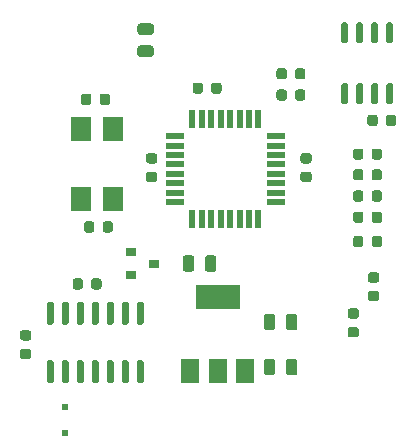
<source format=gbr>
%TF.GenerationSoftware,KiCad,Pcbnew,5.1.6-1.fc32*%
%TF.CreationDate,2020-09-22T21:06:53+01:00*%
%TF.ProjectId,ACNodeReader,41434e6f-6465-4526-9561-6465722e6b69,rev?*%
%TF.SameCoordinates,Original*%
%TF.FileFunction,Paste,Top*%
%TF.FilePolarity,Positive*%
%FSLAX46Y46*%
G04 Gerber Fmt 4.6, Leading zero omitted, Abs format (unit mm)*
G04 Created by KiCad (PCBNEW 5.1.6-1.fc32) date 2020-09-22 21:06:53*
%MOMM*%
%LPD*%
G01*
G04 APERTURE LIST*
%ADD10R,1.500000X2.000000*%
%ADD11R,3.800000X2.000000*%
%ADD12R,0.550000X1.600000*%
%ADD13R,1.600000X0.550000*%
%ADD14R,0.900000X0.800000*%
%ADD15R,0.500000X0.500000*%
%ADD16R,1.700000X2.100000*%
G04 APERTURE END LIST*
%TO.C,C11*%
G36*
G01*
X122987750Y-66998000D02*
X123900250Y-66998000D01*
G75*
G02*
X124144000Y-67241750I0J-243750D01*
G01*
X124144000Y-67729250D01*
G75*
G02*
X123900250Y-67973000I-243750J0D01*
G01*
X122987750Y-67973000D01*
G75*
G02*
X122744000Y-67729250I0J243750D01*
G01*
X122744000Y-67241750D01*
G75*
G02*
X122987750Y-66998000I243750J0D01*
G01*
G37*
G36*
G01*
X122987750Y-65123000D02*
X123900250Y-65123000D01*
G75*
G02*
X124144000Y-65366750I0J-243750D01*
G01*
X124144000Y-65854250D01*
G75*
G02*
X123900250Y-66098000I-243750J0D01*
G01*
X122987750Y-66098000D01*
G75*
G02*
X122744000Y-65854250I0J243750D01*
G01*
X122744000Y-65366750D01*
G75*
G02*
X122987750Y-65123000I243750J0D01*
G01*
G37*
%TD*%
D10*
%TO.C,U1*%
X127240000Y-94590000D03*
X131840000Y-94590000D03*
X129540000Y-94590000D03*
D11*
X129540000Y-88290000D03*
%TD*%
D12*
%TO.C,U2*%
X127400000Y-73220000D03*
X128200000Y-73220000D03*
X129000000Y-73220000D03*
X129800000Y-73220000D03*
X130600000Y-73220000D03*
X131400000Y-73220000D03*
X132200000Y-73220000D03*
X133000000Y-73220000D03*
D13*
X134450000Y-74670000D03*
X134450000Y-75470000D03*
X134450000Y-76270000D03*
X134450000Y-77070000D03*
X134450000Y-77870000D03*
X134450000Y-78670000D03*
X134450000Y-79470000D03*
X134450000Y-80270000D03*
D12*
X133000000Y-81720000D03*
X132200000Y-81720000D03*
X131400000Y-81720000D03*
X130600000Y-81720000D03*
X129800000Y-81720000D03*
X129000000Y-81720000D03*
X128200000Y-81720000D03*
X127400000Y-81720000D03*
D13*
X125950000Y-80270000D03*
X125950000Y-79470000D03*
X125950000Y-78670000D03*
X125950000Y-77870000D03*
X125950000Y-77070000D03*
X125950000Y-76270000D03*
X125950000Y-75470000D03*
X125950000Y-74670000D03*
%TD*%
D14*
%TO.C,U5*%
X124190000Y-85471000D03*
X122190000Y-86421000D03*
X122190000Y-84521000D03*
%TD*%
%TO.C,C7*%
G36*
G01*
X128466000Y-85927250D02*
X128466000Y-85014750D01*
G75*
G02*
X128709750Y-84771000I243750J0D01*
G01*
X129197250Y-84771000D01*
G75*
G02*
X129441000Y-85014750I0J-243750D01*
G01*
X129441000Y-85927250D01*
G75*
G02*
X129197250Y-86171000I-243750J0D01*
G01*
X128709750Y-86171000D01*
G75*
G02*
X128466000Y-85927250I0J243750D01*
G01*
G37*
G36*
G01*
X126591000Y-85927250D02*
X126591000Y-85014750D01*
G75*
G02*
X126834750Y-84771000I243750J0D01*
G01*
X127322250Y-84771000D01*
G75*
G02*
X127566000Y-85014750I0J-243750D01*
G01*
X127566000Y-85927250D01*
G75*
G02*
X127322250Y-86171000I-243750J0D01*
G01*
X126834750Y-86171000D01*
G75*
G02*
X126591000Y-85927250I0J243750D01*
G01*
G37*
%TD*%
D15*
%TO.C,D1*%
X116649500Y-97642500D03*
X116649500Y-99842500D03*
%TD*%
D16*
%TO.C,Y1*%
X120654000Y-74064000D03*
X120654000Y-79964000D03*
X117954000Y-79964000D03*
X117954000Y-74064000D03*
%TD*%
%TO.C,U4*%
G36*
G01*
X143955000Y-70200000D02*
X144255000Y-70200000D01*
G75*
G02*
X144405000Y-70350000I0J-150000D01*
G01*
X144405000Y-71800000D01*
G75*
G02*
X144255000Y-71950000I-150000J0D01*
G01*
X143955000Y-71950000D01*
G75*
G02*
X143805000Y-71800000I0J150000D01*
G01*
X143805000Y-70350000D01*
G75*
G02*
X143955000Y-70200000I150000J0D01*
G01*
G37*
G36*
G01*
X142685000Y-70200000D02*
X142985000Y-70200000D01*
G75*
G02*
X143135000Y-70350000I0J-150000D01*
G01*
X143135000Y-71800000D01*
G75*
G02*
X142985000Y-71950000I-150000J0D01*
G01*
X142685000Y-71950000D01*
G75*
G02*
X142535000Y-71800000I0J150000D01*
G01*
X142535000Y-70350000D01*
G75*
G02*
X142685000Y-70200000I150000J0D01*
G01*
G37*
G36*
G01*
X141415000Y-70200000D02*
X141715000Y-70200000D01*
G75*
G02*
X141865000Y-70350000I0J-150000D01*
G01*
X141865000Y-71800000D01*
G75*
G02*
X141715000Y-71950000I-150000J0D01*
G01*
X141415000Y-71950000D01*
G75*
G02*
X141265000Y-71800000I0J150000D01*
G01*
X141265000Y-70350000D01*
G75*
G02*
X141415000Y-70200000I150000J0D01*
G01*
G37*
G36*
G01*
X140145000Y-70200000D02*
X140445000Y-70200000D01*
G75*
G02*
X140595000Y-70350000I0J-150000D01*
G01*
X140595000Y-71800000D01*
G75*
G02*
X140445000Y-71950000I-150000J0D01*
G01*
X140145000Y-71950000D01*
G75*
G02*
X139995000Y-71800000I0J150000D01*
G01*
X139995000Y-70350000D01*
G75*
G02*
X140145000Y-70200000I150000J0D01*
G01*
G37*
G36*
G01*
X140145000Y-65050000D02*
X140445000Y-65050000D01*
G75*
G02*
X140595000Y-65200000I0J-150000D01*
G01*
X140595000Y-66650000D01*
G75*
G02*
X140445000Y-66800000I-150000J0D01*
G01*
X140145000Y-66800000D01*
G75*
G02*
X139995000Y-66650000I0J150000D01*
G01*
X139995000Y-65200000D01*
G75*
G02*
X140145000Y-65050000I150000J0D01*
G01*
G37*
G36*
G01*
X141415000Y-65050000D02*
X141715000Y-65050000D01*
G75*
G02*
X141865000Y-65200000I0J-150000D01*
G01*
X141865000Y-66650000D01*
G75*
G02*
X141715000Y-66800000I-150000J0D01*
G01*
X141415000Y-66800000D01*
G75*
G02*
X141265000Y-66650000I0J150000D01*
G01*
X141265000Y-65200000D01*
G75*
G02*
X141415000Y-65050000I150000J0D01*
G01*
G37*
G36*
G01*
X142685000Y-65050000D02*
X142985000Y-65050000D01*
G75*
G02*
X143135000Y-65200000I0J-150000D01*
G01*
X143135000Y-66650000D01*
G75*
G02*
X142985000Y-66800000I-150000J0D01*
G01*
X142685000Y-66800000D01*
G75*
G02*
X142535000Y-66650000I0J150000D01*
G01*
X142535000Y-65200000D01*
G75*
G02*
X142685000Y-65050000I150000J0D01*
G01*
G37*
G36*
G01*
X143955000Y-65050000D02*
X144255000Y-65050000D01*
G75*
G02*
X144405000Y-65200000I0J-150000D01*
G01*
X144405000Y-66650000D01*
G75*
G02*
X144255000Y-66800000I-150000J0D01*
G01*
X143955000Y-66800000D01*
G75*
G02*
X143805000Y-66650000I0J150000D01*
G01*
X143805000Y-65200000D01*
G75*
G02*
X143955000Y-65050000I150000J0D01*
G01*
G37*
%TD*%
%TO.C,U3*%
G36*
G01*
X115529500Y-90650000D02*
X115229500Y-90650000D01*
G75*
G02*
X115079500Y-90500000I0J150000D01*
G01*
X115079500Y-88850000D01*
G75*
G02*
X115229500Y-88700000I150000J0D01*
G01*
X115529500Y-88700000D01*
G75*
G02*
X115679500Y-88850000I0J-150000D01*
G01*
X115679500Y-90500000D01*
G75*
G02*
X115529500Y-90650000I-150000J0D01*
G01*
G37*
G36*
G01*
X116799500Y-90650000D02*
X116499500Y-90650000D01*
G75*
G02*
X116349500Y-90500000I0J150000D01*
G01*
X116349500Y-88850000D01*
G75*
G02*
X116499500Y-88700000I150000J0D01*
G01*
X116799500Y-88700000D01*
G75*
G02*
X116949500Y-88850000I0J-150000D01*
G01*
X116949500Y-90500000D01*
G75*
G02*
X116799500Y-90650000I-150000J0D01*
G01*
G37*
G36*
G01*
X118069500Y-90650000D02*
X117769500Y-90650000D01*
G75*
G02*
X117619500Y-90500000I0J150000D01*
G01*
X117619500Y-88850000D01*
G75*
G02*
X117769500Y-88700000I150000J0D01*
G01*
X118069500Y-88700000D01*
G75*
G02*
X118219500Y-88850000I0J-150000D01*
G01*
X118219500Y-90500000D01*
G75*
G02*
X118069500Y-90650000I-150000J0D01*
G01*
G37*
G36*
G01*
X119339500Y-90650000D02*
X119039500Y-90650000D01*
G75*
G02*
X118889500Y-90500000I0J150000D01*
G01*
X118889500Y-88850000D01*
G75*
G02*
X119039500Y-88700000I150000J0D01*
G01*
X119339500Y-88700000D01*
G75*
G02*
X119489500Y-88850000I0J-150000D01*
G01*
X119489500Y-90500000D01*
G75*
G02*
X119339500Y-90650000I-150000J0D01*
G01*
G37*
G36*
G01*
X120609500Y-90650000D02*
X120309500Y-90650000D01*
G75*
G02*
X120159500Y-90500000I0J150000D01*
G01*
X120159500Y-88850000D01*
G75*
G02*
X120309500Y-88700000I150000J0D01*
G01*
X120609500Y-88700000D01*
G75*
G02*
X120759500Y-88850000I0J-150000D01*
G01*
X120759500Y-90500000D01*
G75*
G02*
X120609500Y-90650000I-150000J0D01*
G01*
G37*
G36*
G01*
X121879500Y-90650000D02*
X121579500Y-90650000D01*
G75*
G02*
X121429500Y-90500000I0J150000D01*
G01*
X121429500Y-88850000D01*
G75*
G02*
X121579500Y-88700000I150000J0D01*
G01*
X121879500Y-88700000D01*
G75*
G02*
X122029500Y-88850000I0J-150000D01*
G01*
X122029500Y-90500000D01*
G75*
G02*
X121879500Y-90650000I-150000J0D01*
G01*
G37*
G36*
G01*
X123149500Y-90650000D02*
X122849500Y-90650000D01*
G75*
G02*
X122699500Y-90500000I0J150000D01*
G01*
X122699500Y-88850000D01*
G75*
G02*
X122849500Y-88700000I150000J0D01*
G01*
X123149500Y-88700000D01*
G75*
G02*
X123299500Y-88850000I0J-150000D01*
G01*
X123299500Y-90500000D01*
G75*
G02*
X123149500Y-90650000I-150000J0D01*
G01*
G37*
G36*
G01*
X123149500Y-95600000D02*
X122849500Y-95600000D01*
G75*
G02*
X122699500Y-95450000I0J150000D01*
G01*
X122699500Y-93800000D01*
G75*
G02*
X122849500Y-93650000I150000J0D01*
G01*
X123149500Y-93650000D01*
G75*
G02*
X123299500Y-93800000I0J-150000D01*
G01*
X123299500Y-95450000D01*
G75*
G02*
X123149500Y-95600000I-150000J0D01*
G01*
G37*
G36*
G01*
X121879500Y-95600000D02*
X121579500Y-95600000D01*
G75*
G02*
X121429500Y-95450000I0J150000D01*
G01*
X121429500Y-93800000D01*
G75*
G02*
X121579500Y-93650000I150000J0D01*
G01*
X121879500Y-93650000D01*
G75*
G02*
X122029500Y-93800000I0J-150000D01*
G01*
X122029500Y-95450000D01*
G75*
G02*
X121879500Y-95600000I-150000J0D01*
G01*
G37*
G36*
G01*
X120609500Y-95600000D02*
X120309500Y-95600000D01*
G75*
G02*
X120159500Y-95450000I0J150000D01*
G01*
X120159500Y-93800000D01*
G75*
G02*
X120309500Y-93650000I150000J0D01*
G01*
X120609500Y-93650000D01*
G75*
G02*
X120759500Y-93800000I0J-150000D01*
G01*
X120759500Y-95450000D01*
G75*
G02*
X120609500Y-95600000I-150000J0D01*
G01*
G37*
G36*
G01*
X119339500Y-95600000D02*
X119039500Y-95600000D01*
G75*
G02*
X118889500Y-95450000I0J150000D01*
G01*
X118889500Y-93800000D01*
G75*
G02*
X119039500Y-93650000I150000J0D01*
G01*
X119339500Y-93650000D01*
G75*
G02*
X119489500Y-93800000I0J-150000D01*
G01*
X119489500Y-95450000D01*
G75*
G02*
X119339500Y-95600000I-150000J0D01*
G01*
G37*
G36*
G01*
X118069500Y-95600000D02*
X117769500Y-95600000D01*
G75*
G02*
X117619500Y-95450000I0J150000D01*
G01*
X117619500Y-93800000D01*
G75*
G02*
X117769500Y-93650000I150000J0D01*
G01*
X118069500Y-93650000D01*
G75*
G02*
X118219500Y-93800000I0J-150000D01*
G01*
X118219500Y-95450000D01*
G75*
G02*
X118069500Y-95600000I-150000J0D01*
G01*
G37*
G36*
G01*
X116799500Y-95600000D02*
X116499500Y-95600000D01*
G75*
G02*
X116349500Y-95450000I0J150000D01*
G01*
X116349500Y-93800000D01*
G75*
G02*
X116499500Y-93650000I150000J0D01*
G01*
X116799500Y-93650000D01*
G75*
G02*
X116949500Y-93800000I0J-150000D01*
G01*
X116949500Y-95450000D01*
G75*
G02*
X116799500Y-95600000I-150000J0D01*
G01*
G37*
G36*
G01*
X115529500Y-95600000D02*
X115229500Y-95600000D01*
G75*
G02*
X115079500Y-95450000I0J150000D01*
G01*
X115079500Y-93800000D01*
G75*
G02*
X115229500Y-93650000I150000J0D01*
G01*
X115529500Y-93650000D01*
G75*
G02*
X115679500Y-93800000I0J-150000D01*
G01*
X115679500Y-95450000D01*
G75*
G02*
X115529500Y-95600000I-150000J0D01*
G01*
G37*
%TD*%
%TO.C,R11*%
G36*
G01*
X140777250Y-90837500D02*
X141289750Y-90837500D01*
G75*
G02*
X141508500Y-91056250I0J-218750D01*
G01*
X141508500Y-91493750D01*
G75*
G02*
X141289750Y-91712500I-218750J0D01*
G01*
X140777250Y-91712500D01*
G75*
G02*
X140558500Y-91493750I0J218750D01*
G01*
X140558500Y-91056250D01*
G75*
G02*
X140777250Y-90837500I218750J0D01*
G01*
G37*
G36*
G01*
X140777250Y-89262500D02*
X141289750Y-89262500D01*
G75*
G02*
X141508500Y-89481250I0J-218750D01*
G01*
X141508500Y-89918750D01*
G75*
G02*
X141289750Y-90137500I-218750J0D01*
G01*
X140777250Y-90137500D01*
G75*
G02*
X140558500Y-89918750I0J218750D01*
G01*
X140558500Y-89481250D01*
G75*
G02*
X140777250Y-89262500I218750J0D01*
G01*
G37*
%TD*%
%TO.C,R9*%
G36*
G01*
X142590000Y-78206250D02*
X142590000Y-77693750D01*
G75*
G02*
X142808750Y-77475000I218750J0D01*
G01*
X143246250Y-77475000D01*
G75*
G02*
X143465000Y-77693750I0J-218750D01*
G01*
X143465000Y-78206250D01*
G75*
G02*
X143246250Y-78425000I-218750J0D01*
G01*
X142808750Y-78425000D01*
G75*
G02*
X142590000Y-78206250I0J218750D01*
G01*
G37*
G36*
G01*
X141015000Y-78206250D02*
X141015000Y-77693750D01*
G75*
G02*
X141233750Y-77475000I218750J0D01*
G01*
X141671250Y-77475000D01*
G75*
G02*
X141890000Y-77693750I0J-218750D01*
G01*
X141890000Y-78206250D01*
G75*
G02*
X141671250Y-78425000I-218750J0D01*
G01*
X141233750Y-78425000D01*
G75*
G02*
X141015000Y-78206250I0J218750D01*
G01*
G37*
%TD*%
%TO.C,R8*%
G36*
G01*
X141890000Y-79493750D02*
X141890000Y-80006250D01*
G75*
G02*
X141671250Y-80225000I-218750J0D01*
G01*
X141233750Y-80225000D01*
G75*
G02*
X141015000Y-80006250I0J218750D01*
G01*
X141015000Y-79493750D01*
G75*
G02*
X141233750Y-79275000I218750J0D01*
G01*
X141671250Y-79275000D01*
G75*
G02*
X141890000Y-79493750I0J-218750D01*
G01*
G37*
G36*
G01*
X143465000Y-79493750D02*
X143465000Y-80006250D01*
G75*
G02*
X143246250Y-80225000I-218750J0D01*
G01*
X142808750Y-80225000D01*
G75*
G02*
X142590000Y-80006250I0J218750D01*
G01*
X142590000Y-79493750D01*
G75*
G02*
X142808750Y-79275000I218750J0D01*
G01*
X143246250Y-79275000D01*
G75*
G02*
X143465000Y-79493750I0J-218750D01*
G01*
G37*
%TD*%
%TO.C,R7*%
G36*
G01*
X141890000Y-83343750D02*
X141890000Y-83856250D01*
G75*
G02*
X141671250Y-84075000I-218750J0D01*
G01*
X141233750Y-84075000D01*
G75*
G02*
X141015000Y-83856250I0J218750D01*
G01*
X141015000Y-83343750D01*
G75*
G02*
X141233750Y-83125000I218750J0D01*
G01*
X141671250Y-83125000D01*
G75*
G02*
X141890000Y-83343750I0J-218750D01*
G01*
G37*
G36*
G01*
X143465000Y-83343750D02*
X143465000Y-83856250D01*
G75*
G02*
X143246250Y-84075000I-218750J0D01*
G01*
X142808750Y-84075000D01*
G75*
G02*
X142590000Y-83856250I0J218750D01*
G01*
X142590000Y-83343750D01*
G75*
G02*
X142808750Y-83125000I218750J0D01*
G01*
X143246250Y-83125000D01*
G75*
G02*
X143465000Y-83343750I0J-218750D01*
G01*
G37*
%TD*%
%TO.C,R6*%
G36*
G01*
X141890000Y-81293750D02*
X141890000Y-81806250D01*
G75*
G02*
X141671250Y-82025000I-218750J0D01*
G01*
X141233750Y-82025000D01*
G75*
G02*
X141015000Y-81806250I0J218750D01*
G01*
X141015000Y-81293750D01*
G75*
G02*
X141233750Y-81075000I218750J0D01*
G01*
X141671250Y-81075000D01*
G75*
G02*
X141890000Y-81293750I0J-218750D01*
G01*
G37*
G36*
G01*
X143465000Y-81293750D02*
X143465000Y-81806250D01*
G75*
G02*
X143246250Y-82025000I-218750J0D01*
G01*
X142808750Y-82025000D01*
G75*
G02*
X142590000Y-81806250I0J218750D01*
G01*
X142590000Y-81293750D01*
G75*
G02*
X142808750Y-81075000I218750J0D01*
G01*
X143246250Y-81075000D01*
G75*
G02*
X143465000Y-81293750I0J-218750D01*
G01*
G37*
%TD*%
%TO.C,R5*%
G36*
G01*
X141890000Y-75943750D02*
X141890000Y-76456250D01*
G75*
G02*
X141671250Y-76675000I-218750J0D01*
G01*
X141233750Y-76675000D01*
G75*
G02*
X141015000Y-76456250I0J218750D01*
G01*
X141015000Y-75943750D01*
G75*
G02*
X141233750Y-75725000I218750J0D01*
G01*
X141671250Y-75725000D01*
G75*
G02*
X141890000Y-75943750I0J-218750D01*
G01*
G37*
G36*
G01*
X143465000Y-75943750D02*
X143465000Y-76456250D01*
G75*
G02*
X143246250Y-76675000I-218750J0D01*
G01*
X142808750Y-76675000D01*
G75*
G02*
X142590000Y-76456250I0J218750D01*
G01*
X142590000Y-75943750D01*
G75*
G02*
X142808750Y-75725000I218750J0D01*
G01*
X143246250Y-75725000D01*
G75*
G02*
X143465000Y-75943750I0J-218750D01*
G01*
G37*
%TD*%
%TO.C,R4*%
G36*
G01*
X129001000Y-70868250D02*
X129001000Y-70355750D01*
G75*
G02*
X129219750Y-70137000I218750J0D01*
G01*
X129657250Y-70137000D01*
G75*
G02*
X129876000Y-70355750I0J-218750D01*
G01*
X129876000Y-70868250D01*
G75*
G02*
X129657250Y-71087000I-218750J0D01*
G01*
X129219750Y-71087000D01*
G75*
G02*
X129001000Y-70868250I0J218750D01*
G01*
G37*
G36*
G01*
X127426000Y-70868250D02*
X127426000Y-70355750D01*
G75*
G02*
X127644750Y-70137000I218750J0D01*
G01*
X128082250Y-70137000D01*
G75*
G02*
X128301000Y-70355750I0J-218750D01*
G01*
X128301000Y-70868250D01*
G75*
G02*
X128082250Y-71087000I-218750J0D01*
G01*
X127644750Y-71087000D01*
G75*
G02*
X127426000Y-70868250I0J218750D01*
G01*
G37*
%TD*%
%TO.C,R3*%
G36*
G01*
X118841000Y-87441750D02*
X118841000Y-86929250D01*
G75*
G02*
X119059750Y-86710500I218750J0D01*
G01*
X119497250Y-86710500D01*
G75*
G02*
X119716000Y-86929250I0J-218750D01*
G01*
X119716000Y-87441750D01*
G75*
G02*
X119497250Y-87660500I-218750J0D01*
G01*
X119059750Y-87660500D01*
G75*
G02*
X118841000Y-87441750I0J218750D01*
G01*
G37*
G36*
G01*
X117266000Y-87441750D02*
X117266000Y-86929250D01*
G75*
G02*
X117484750Y-86710500I218750J0D01*
G01*
X117922250Y-86710500D01*
G75*
G02*
X118141000Y-86929250I0J-218750D01*
G01*
X118141000Y-87441750D01*
G75*
G02*
X117922250Y-87660500I-218750J0D01*
G01*
X117484750Y-87660500D01*
G75*
G02*
X117266000Y-87441750I0J218750D01*
G01*
G37*
%TD*%
%TO.C,R2*%
G36*
G01*
X136100000Y-71456250D02*
X136100000Y-70943750D01*
G75*
G02*
X136318750Y-70725000I218750J0D01*
G01*
X136756250Y-70725000D01*
G75*
G02*
X136975000Y-70943750I0J-218750D01*
G01*
X136975000Y-71456250D01*
G75*
G02*
X136756250Y-71675000I-218750J0D01*
G01*
X136318750Y-71675000D01*
G75*
G02*
X136100000Y-71456250I0J218750D01*
G01*
G37*
G36*
G01*
X134525000Y-71456250D02*
X134525000Y-70943750D01*
G75*
G02*
X134743750Y-70725000I218750J0D01*
G01*
X135181250Y-70725000D01*
G75*
G02*
X135400000Y-70943750I0J-218750D01*
G01*
X135400000Y-71456250D01*
G75*
G02*
X135181250Y-71675000I-218750J0D01*
G01*
X134743750Y-71675000D01*
G75*
G02*
X134525000Y-71456250I0J218750D01*
G01*
G37*
%TD*%
%TO.C,R1*%
G36*
G01*
X136100000Y-69656250D02*
X136100000Y-69143750D01*
G75*
G02*
X136318750Y-68925000I218750J0D01*
G01*
X136756250Y-68925000D01*
G75*
G02*
X136975000Y-69143750I0J-218750D01*
G01*
X136975000Y-69656250D01*
G75*
G02*
X136756250Y-69875000I-218750J0D01*
G01*
X136318750Y-69875000D01*
G75*
G02*
X136100000Y-69656250I0J218750D01*
G01*
G37*
G36*
G01*
X134525000Y-69656250D02*
X134525000Y-69143750D01*
G75*
G02*
X134743750Y-68925000I218750J0D01*
G01*
X135181250Y-68925000D01*
G75*
G02*
X135400000Y-69143750I0J-218750D01*
G01*
X135400000Y-69656250D01*
G75*
G02*
X135181250Y-69875000I-218750J0D01*
G01*
X134743750Y-69875000D01*
G75*
G02*
X134525000Y-69656250I0J218750D01*
G01*
G37*
%TD*%
%TO.C,C10*%
G36*
G01*
X142491750Y-87789500D02*
X143004250Y-87789500D01*
G75*
G02*
X143223000Y-88008250I0J-218750D01*
G01*
X143223000Y-88445750D01*
G75*
G02*
X143004250Y-88664500I-218750J0D01*
G01*
X142491750Y-88664500D01*
G75*
G02*
X142273000Y-88445750I0J218750D01*
G01*
X142273000Y-88008250D01*
G75*
G02*
X142491750Y-87789500I218750J0D01*
G01*
G37*
G36*
G01*
X142491750Y-86214500D02*
X143004250Y-86214500D01*
G75*
G02*
X143223000Y-86433250I0J-218750D01*
G01*
X143223000Y-86870750D01*
G75*
G02*
X143004250Y-87089500I-218750J0D01*
G01*
X142491750Y-87089500D01*
G75*
G02*
X142273000Y-86870750I0J218750D01*
G01*
X142273000Y-86433250D01*
G75*
G02*
X142491750Y-86214500I218750J0D01*
G01*
G37*
%TD*%
%TO.C,C9*%
G36*
G01*
X143100000Y-73093750D02*
X143100000Y-73606250D01*
G75*
G02*
X142881250Y-73825000I-218750J0D01*
G01*
X142443750Y-73825000D01*
G75*
G02*
X142225000Y-73606250I0J218750D01*
G01*
X142225000Y-73093750D01*
G75*
G02*
X142443750Y-72875000I218750J0D01*
G01*
X142881250Y-72875000D01*
G75*
G02*
X143100000Y-73093750I0J-218750D01*
G01*
G37*
G36*
G01*
X144675000Y-73093750D02*
X144675000Y-73606250D01*
G75*
G02*
X144456250Y-73825000I-218750J0D01*
G01*
X144018750Y-73825000D01*
G75*
G02*
X143800000Y-73606250I0J218750D01*
G01*
X143800000Y-73093750D01*
G75*
G02*
X144018750Y-72875000I218750J0D01*
G01*
X144456250Y-72875000D01*
G75*
G02*
X144675000Y-73093750I0J-218750D01*
G01*
G37*
%TD*%
%TO.C,C8*%
G36*
G01*
X123695750Y-77693000D02*
X124208250Y-77693000D01*
G75*
G02*
X124427000Y-77911750I0J-218750D01*
G01*
X124427000Y-78349250D01*
G75*
G02*
X124208250Y-78568000I-218750J0D01*
G01*
X123695750Y-78568000D01*
G75*
G02*
X123477000Y-78349250I0J218750D01*
G01*
X123477000Y-77911750D01*
G75*
G02*
X123695750Y-77693000I218750J0D01*
G01*
G37*
G36*
G01*
X123695750Y-76118000D02*
X124208250Y-76118000D01*
G75*
G02*
X124427000Y-76336750I0J-218750D01*
G01*
X124427000Y-76774250D01*
G75*
G02*
X124208250Y-76993000I-218750J0D01*
G01*
X123695750Y-76993000D01*
G75*
G02*
X123477000Y-76774250I0J218750D01*
G01*
X123477000Y-76336750D01*
G75*
G02*
X123695750Y-76118000I218750J0D01*
G01*
G37*
%TD*%
%TO.C,C6*%
G36*
G01*
X113027750Y-92679000D02*
X113540250Y-92679000D01*
G75*
G02*
X113759000Y-92897750I0J-218750D01*
G01*
X113759000Y-93335250D01*
G75*
G02*
X113540250Y-93554000I-218750J0D01*
G01*
X113027750Y-93554000D01*
G75*
G02*
X112809000Y-93335250I0J218750D01*
G01*
X112809000Y-92897750D01*
G75*
G02*
X113027750Y-92679000I218750J0D01*
G01*
G37*
G36*
G01*
X113027750Y-91104000D02*
X113540250Y-91104000D01*
G75*
G02*
X113759000Y-91322750I0J-218750D01*
G01*
X113759000Y-91760250D01*
G75*
G02*
X113540250Y-91979000I-218750J0D01*
G01*
X113027750Y-91979000D01*
G75*
G02*
X112809000Y-91760250I0J218750D01*
G01*
X112809000Y-91322750D01*
G75*
G02*
X113027750Y-91104000I218750J0D01*
G01*
G37*
%TD*%
%TO.C,C5*%
G36*
G01*
X119804000Y-82620250D02*
X119804000Y-82107750D01*
G75*
G02*
X120022750Y-81889000I218750J0D01*
G01*
X120460250Y-81889000D01*
G75*
G02*
X120679000Y-82107750I0J-218750D01*
G01*
X120679000Y-82620250D01*
G75*
G02*
X120460250Y-82839000I-218750J0D01*
G01*
X120022750Y-82839000D01*
G75*
G02*
X119804000Y-82620250I0J218750D01*
G01*
G37*
G36*
G01*
X118229000Y-82620250D02*
X118229000Y-82107750D01*
G75*
G02*
X118447750Y-81889000I218750J0D01*
G01*
X118885250Y-81889000D01*
G75*
G02*
X119104000Y-82107750I0J-218750D01*
G01*
X119104000Y-82620250D01*
G75*
G02*
X118885250Y-82839000I-218750J0D01*
G01*
X118447750Y-82839000D01*
G75*
G02*
X118229000Y-82620250I0J218750D01*
G01*
G37*
%TD*%
%TO.C,C4*%
G36*
G01*
X118854000Y-71307750D02*
X118854000Y-71820250D01*
G75*
G02*
X118635250Y-72039000I-218750J0D01*
G01*
X118197750Y-72039000D01*
G75*
G02*
X117979000Y-71820250I0J218750D01*
G01*
X117979000Y-71307750D01*
G75*
G02*
X118197750Y-71089000I218750J0D01*
G01*
X118635250Y-71089000D01*
G75*
G02*
X118854000Y-71307750I0J-218750D01*
G01*
G37*
G36*
G01*
X120429000Y-71307750D02*
X120429000Y-71820250D01*
G75*
G02*
X120210250Y-72039000I-218750J0D01*
G01*
X119772750Y-72039000D01*
G75*
G02*
X119554000Y-71820250I0J218750D01*
G01*
X119554000Y-71307750D01*
G75*
G02*
X119772750Y-71089000I218750J0D01*
G01*
X120210250Y-71089000D01*
G75*
G02*
X120429000Y-71307750I0J-218750D01*
G01*
G37*
%TD*%
%TO.C,C3*%
G36*
G01*
X136776750Y-77693000D02*
X137289250Y-77693000D01*
G75*
G02*
X137508000Y-77911750I0J-218750D01*
G01*
X137508000Y-78349250D01*
G75*
G02*
X137289250Y-78568000I-218750J0D01*
G01*
X136776750Y-78568000D01*
G75*
G02*
X136558000Y-78349250I0J218750D01*
G01*
X136558000Y-77911750D01*
G75*
G02*
X136776750Y-77693000I218750J0D01*
G01*
G37*
G36*
G01*
X136776750Y-76118000D02*
X137289250Y-76118000D01*
G75*
G02*
X137508000Y-76336750I0J-218750D01*
G01*
X137508000Y-76774250D01*
G75*
G02*
X137289250Y-76993000I-218750J0D01*
G01*
X136776750Y-76993000D01*
G75*
G02*
X136558000Y-76774250I0J218750D01*
G01*
X136558000Y-76336750D01*
G75*
G02*
X136776750Y-76118000I218750J0D01*
G01*
G37*
%TD*%
%TO.C,C2*%
G36*
G01*
X135324000Y-90880250D02*
X135324000Y-89967750D01*
G75*
G02*
X135567750Y-89724000I243750J0D01*
G01*
X136055250Y-89724000D01*
G75*
G02*
X136299000Y-89967750I0J-243750D01*
G01*
X136299000Y-90880250D01*
G75*
G02*
X136055250Y-91124000I-243750J0D01*
G01*
X135567750Y-91124000D01*
G75*
G02*
X135324000Y-90880250I0J243750D01*
G01*
G37*
G36*
G01*
X133449000Y-90880250D02*
X133449000Y-89967750D01*
G75*
G02*
X133692750Y-89724000I243750J0D01*
G01*
X134180250Y-89724000D01*
G75*
G02*
X134424000Y-89967750I0J-243750D01*
G01*
X134424000Y-90880250D01*
G75*
G02*
X134180250Y-91124000I-243750J0D01*
G01*
X133692750Y-91124000D01*
G75*
G02*
X133449000Y-90880250I0J243750D01*
G01*
G37*
%TD*%
%TO.C,C1*%
G36*
G01*
X135324000Y-94690250D02*
X135324000Y-93777750D01*
G75*
G02*
X135567750Y-93534000I243750J0D01*
G01*
X136055250Y-93534000D01*
G75*
G02*
X136299000Y-93777750I0J-243750D01*
G01*
X136299000Y-94690250D01*
G75*
G02*
X136055250Y-94934000I-243750J0D01*
G01*
X135567750Y-94934000D01*
G75*
G02*
X135324000Y-94690250I0J243750D01*
G01*
G37*
G36*
G01*
X133449000Y-94690250D02*
X133449000Y-93777750D01*
G75*
G02*
X133692750Y-93534000I243750J0D01*
G01*
X134180250Y-93534000D01*
G75*
G02*
X134424000Y-93777750I0J-243750D01*
G01*
X134424000Y-94690250D01*
G75*
G02*
X134180250Y-94934000I-243750J0D01*
G01*
X133692750Y-94934000D01*
G75*
G02*
X133449000Y-94690250I0J243750D01*
G01*
G37*
%TD*%
M02*

</source>
